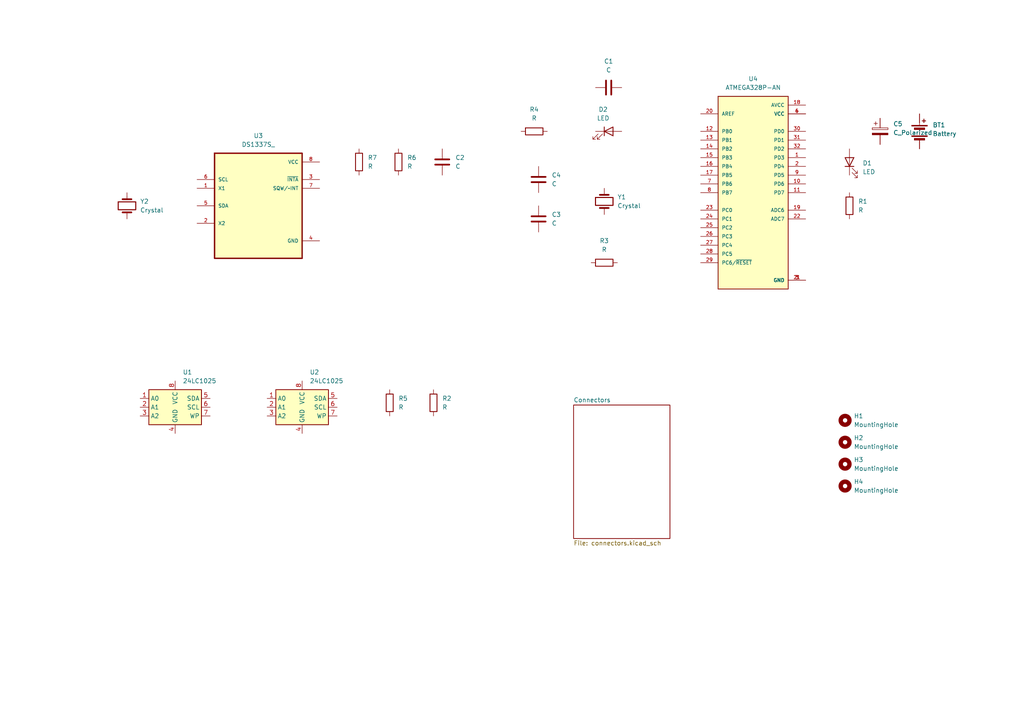
<source format=kicad_sch>
(kicad_sch (version 20231120) (generator "eeschema") (generator_version "8.0")
  (paper "A4")
  (title_block (title "${project_name}") (date "2025-01-12") (rev "1"))
  (lib_symbols
    (symbol "ATMEGA328P-AN:ATMEGA328P-AN" (pin_names (offset 1.016))
      (property "Reference" "U" (at -10.1856 29.2835 0))
      (property "Value" "ATMEGA328P-AN" (at -10.1733 -31.7915 0))
      (symbol "ATMEGA328P-AN_0_0"
        (rectangle (start -10.16 -27.94) (end 10.16 27.94) (stroke (width 0.254)) (fill (type background)))
        (pin bidirectional line (at 15.24 10.16 180) (length 5.08) (name "PD3") (number "1"))
        (pin bidirectional line (at 15.24 2.54 180) (length 5.08) (name "PD6") (number "10"))
        (pin bidirectional line (at 15.24 0 180) (length 5.08) (name "PD7") (number "11"))
        (pin bidirectional line (at -15.24 17.78 0) (length 5.08) (name "PB0") (number "12"))
        (pin bidirectional line (at -15.24 15.24 0) (length 5.08) (name "PB1") (number "13"))
        (pin bidirectional line (at -15.24 12.7 0) (length 5.08) (name "PB2") (number "14"))
        (pin bidirectional line (at -15.24 10.16 0) (length 5.08) (name "PB3") (number "15"))
        (pin bidirectional line (at -15.24 7.62 0) (length 5.08) (name "PB4") (number "16"))
        (pin bidirectional line (at -15.24 5.08 0) (length 5.08) (name "PB5") (number "17"))
        (pin power_in line (at 15.24 25.4 180) (length 5.08) (name "AVCC") (number "18"))
        (pin bidirectional line (at 15.24 -5.08 180) (length 5.08) (name "ADC6") (number "19"))
        (pin bidirectional line (at 15.24 7.62 180) (length 5.08) (name "PD4") (number "2"))
        (pin input line (at -15.24 22.86 0) (length 5.08) (name "AREF") (number "20"))
        (pin power_in line (at 15.24 -25.4 180) (length 5.08) (name "GND") (number "21"))
        (pin bidirectional line (at 15.24 -7.62 180) (length 5.08) (name "ADC7") (number "22"))
        (pin bidirectional line (at -15.24 -5.08 0) (length 5.08) (name "PC0") (number "23"))
        (pin bidirectional line (at -15.24 -7.62 0) (length 5.08) (name "PC1") (number "24"))
        (pin bidirectional line (at -15.24 -10.16 0) (length 5.08) (name "PC2") (number "25"))
        (pin bidirectional line (at -15.24 -12.7 0) (length 5.08) (name "PC3") (number "26"))
        (pin bidirectional line (at -15.24 -15.24 0) (length 5.08) (name "PC4") (number "27"))
        (pin bidirectional line (at -15.24 -17.78 0) (length 5.08) (name "PC5") (number "28"))
        (pin bidirectional line (at -15.24 -20.32 0) (length 5.08) (name "PC6/~{RESET}") (number "29"))
        (pin power_in line (at 15.24 -25.4 180) (length 5.08) (name "GND") (number "3"))
        (pin bidirectional line (at 15.24 17.78 180) (length 5.08) (name "PD0") (number "30"))
        (pin bidirectional line (at 15.24 15.24 180) (length 5.08) (name "PD1") (number "31"))
        (pin bidirectional line (at 15.24 12.7 180) (length 5.08) (name "PD2") (number "32"))
        (pin power_in line (at 15.24 22.86 180) (length 5.08) (name "VCC") (number "4"))
        (pin power_in line (at 15.24 -25.4 180) (length 5.08) (name "GND") (number "5"))
        (pin power_in line (at 15.24 22.86 180) (length 5.08) (name "VCC") (number "6"))
        (pin bidirectional line (at -15.24 2.54 0) (length 5.08) (name "PB6") (number "7"))
        (pin bidirectional line (at -15.24 0 0) (length 5.08) (name "PB7") (number "8"))
        (pin bidirectional line (at 15.24 5.08 180) (length 5.08) (name "PD5") (number "9"))
      )
    )
    (symbol "DS1337S_:DS1337S_" (pin_names (offset 1.016))
      (property "Reference" "U" (at -12.7 16.24 0))
      (property "Value" "DS1337S_" (at -12.7 -19.24 0))
      (symbol "DS1337S__0_0"
        (rectangle (start -12.7 -15.24) (end 12.7 15.24) (stroke (width 0.41)) (fill (type background)))
        (pin input line (at -17.78 5.08 0) (length 5.08) (name "X1") (number "1"))
        (pin bidirectional line (at -17.78 -5.08 0) (length 5.08) (name "X2") (number "2"))
        (pin output line (at 17.78 7.62 180) (length 5.08) (name "~{INTA}") (number "3"))
        (pin power_in line (at 17.78 -10.16 180) (length 5.08) (name "GND") (number "4"))
        (pin bidirectional line (at -17.78 0 0) (length 5.08) (name "SDA") (number "5"))
        (pin input line (at -17.78 7.62 0) (length 5.08) (name "SCL") (number "6"))
        (pin output line (at 17.78 5.08 180) (length 5.08) (name "SQW/~INT") (number "7"))
        (pin power_in line (at 17.78 12.7 180) (length 5.08) (name "VCC") (number "8"))
      )
    )
    (symbol "Device:Battery" (pin_numbers hide) (pin_names (offset 0) hide)
      (property "Reference" "BT" (at 2.54 2.54 0))
      (property "Value" "Battery" (at 2.54 0 0))
      (symbol "Battery_0_1"
        (rectangle (start -2.286 -1.27) (end 2.286 -1.524) (fill (type outline)))
        (rectangle (start -2.286 1.778) (end 2.286 1.524) (fill (type outline)))
        (rectangle (start -1.524 -2.032) (end 1.524 -2.54) (fill (type outline)))
        (rectangle (start -1.524 1.016) (end 1.524 0.508) (fill (type outline)))
        (polyline (pts (xy 0 -1.016) (xy 0 -0.762)))
        (polyline (pts (xy 0 -0.508) (xy 0 -0.254)))
        (polyline (pts (xy 0 0) (xy 0 0.254)))
        (polyline (pts (xy 0 1.778) (xy 0 2.54)))
        (polyline (pts (xy 0.762 3.048) (xy 1.778 3.048)) (stroke (width 0.254)))
        (polyline (pts (xy 1.27 3.556) (xy 1.27 2.54)) (stroke (width 0.254)))
      )
      (symbol "Battery_1_1"
        (pin passive line (at 0 5.08 270) (length 2.54) (name "+") (number "1"))
        (pin passive line (at 0 -5.08 90) (length 2.54) (name "-") (number "2"))
      )
    )
    (symbol "Device:C" (pin_numbers hide) (pin_names (offset 0.254))
      (property "Reference" "C" (at 0.635 2.54 0))
      (property "Value" "C" (at 0.635 -2.54 0))
      (symbol "C_0_1"
        (polyline (pts (xy -2.032 -0.762) (xy 2.032 -0.762)) (stroke (width 0.508)))
        (polyline (pts (xy -2.032 0.762) (xy 2.032 0.762)) (stroke (width 0.508)))
      )
      (symbol "C_1_1"
        (pin passive line (at 0 3.81 270) (length 2.794) (name "~") (number "1"))
        (pin passive line (at 0 -3.81 90) (length 2.794) (name "~") (number "2"))
      )
    )
    (symbol "Device:C_Polarized" (pin_numbers hide) (pin_names (offset 0.254))
      (property "Reference" "C" (at 0.635 2.54 0))
      (property "Value" "C_Polarized" (at 0.635 -2.54 0))
      (symbol "C_Polarized_0_1"
        (rectangle (start -2.286 0.508) (end 2.286 1.016))
        (polyline (pts (xy -1.778 2.286) (xy -0.762 2.286)))
        (polyline (pts (xy -1.27 2.794) (xy -1.27 1.778)))
        (rectangle (start 2.286 -0.508) (end -2.286 -1.016) (fill (type outline)))
      )
      (symbol "C_Polarized_1_1"
        (pin passive line (at 0 3.81 270) (length 2.794) (name "~") (number "1"))
        (pin passive line (at 0 -3.81 90) (length 2.794) (name "~") (number "2"))
      )
    )
    (symbol "Device:Crystal" (pin_numbers hide) (pin_names (offset 1.016) hide)
      (property "Reference" "Y" (at 0 3.81 0))
      (property "Value" "Crystal" (at 0 -3.81 0))
      (symbol "Crystal_0_1"
        (rectangle (start -1.143 2.54) (end 1.143 -2.54) (stroke (width 0.3048)))
        (polyline (pts (xy -2.54 0) (xy -1.905 0)))
        (polyline (pts (xy -1.905 -1.27) (xy -1.905 1.27)) (stroke (width 0.508)))
        (polyline (pts (xy 1.905 -1.27) (xy 1.905 1.27)) (stroke (width 0.508)))
        (polyline (pts (xy 2.54 0) (xy 1.905 0)))
      )
      (symbol "Crystal_1_1"
        (pin passive line (at -3.81 0 0) (length 1.27) (name "1") (number "1"))
        (pin passive line (at 3.81 0 180) (length 1.27) (name "2") (number "2"))
      )
    )
    (symbol "Device:LED" (pin_numbers hide) (pin_names (offset 1.016) hide)
      (property "Reference" "D" (at 0 2.54 0))
      (property "Value" "LED" (at 0 -2.54 0))
      (symbol "LED_0_1"
        (polyline (pts (xy -1.27 -1.27) (xy -1.27 1.27)) (stroke (width 0.254)))
        (polyline (pts (xy -1.27 0) (xy 1.27 0)))
        (polyline (pts (xy 1.27 -1.27) (xy 1.27 1.27) (xy -1.27 0) (xy 1.27 -1.27)) (stroke (width 0.254)))
        (polyline (pts (xy -3.048 -0.762) (xy -4.572 -2.286) (xy -3.81 -2.286) (xy -4.572 -2.286) (xy -4.572 -1.524)))
        (polyline (pts (xy -1.778 -0.762) (xy -3.302 -2.286) (xy -2.54 -2.286) (xy -3.302 -2.286) (xy -3.302 -1.524)))
      )
      (symbol "LED_1_1"
        (pin passive line (at -3.81 0 0) (length 2.54) (name "K") (number "1"))
        (pin passive line (at 3.81 0 180) (length 2.54) (name "A") (number "2"))
      )
    )
    (symbol "Device:R" (pin_numbers hide) (pin_names (offset 0))
      (property "Reference" "R" (at 2.032 0 90))
      (property "Value" "R" (at 0 0 90))
      (symbol "R_0_1"
        (rectangle (start -1.016 -2.54) (end 1.016 2.54) (stroke (width 0.254)))
      )
      (symbol "R_1_1"
        (pin passive line (at 0 3.81 270) (length 1.27) (name "~") (number "1"))
        (pin passive line (at 0 -3.81 90) (length 1.27) (name "~") (number "2"))
      )
    )
    (symbol "Mechanical:MountingHole" (pin_names (offset 1.016)) (exclude_from_sim yes) (in_bom no)
      (property "Reference" "H" (at 0 5.08 0))
      (property "Value" "MountingHole" (at 0 3.175 0))
      (symbol "MountingHole_0_1"
        (circle (center 0 0) (radius 1.27) (stroke (width 1.27)))
      )
    )
    (symbol "Memory_EEPROM:24LC1025"
      (property "Reference" "U" (at -6.35 6.35 0))
      (property "Value" "24LC1025" (at 1.27 6.35 0))
      (symbol "24LC1025_1_1"
        (rectangle (start -7.62 5.08) (end 7.62 -5.08) (stroke (width 0.254)) (fill (type background)))
        (pin input line (at -10.16 2.54 0) (length 2.54) (name "A0") (number "1"))
        (pin input line (at -10.16 0 0) (length 2.54) (name "A1") (number "2"))
        (pin input line (at -10.16 -2.54 0) (length 2.54) (name "A2") (number "3"))
        (pin power_in line (at 0 -7.62 90) (length 2.54) (name "GND") (number "4"))
        (pin bidirectional line (at 10.16 2.54 180) (length 2.54) (name "SDA") (number "5"))
        (pin input line (at 10.16 0 180) (length 2.54) (name "SCL") (number "6"))
        (pin input line (at 10.16 -2.54 180) (length 2.54) (name "WP") (number "7"))
        (pin power_in line (at 0 7.62 270) (length 2.54) (name "VCC") (number "8"))
      )
    )
  )
  (symbol (lib_id "Device:Crystal") (at 175.26 58.42 90) (unit 1)
    (property "Reference" "Y1" (at 179.07 57.1499 90) (effects (justify right)))
    (property "Value" "Crystal" (at 179.07 59.6899 90) (effects (justify right)))
    (property "Description" "Two pin crystal" (effects (hide yes)))
  )
  (symbol (lib_id "Device:C") (at 128.27 46.99 0) (unit 1)
    (property "Reference" "C2" (at 132.08 45.7199 0) (effects (justify left)))
    (property "Value" "C" (at 132.08 48.2599 0) (effects (justify left)))
    (property "Description" "Unpolarized capacitor" (effects (hide yes)))
  )
  (symbol (lib_id "Device:C") (at 156.21 63.5 0) (unit 1)
    (property "Reference" "C3" (at 160.02 62.2299 0) (effects (justify left)))
    (property "Value" "C" (at 160.02 64.7699 0) (effects (justify left)))
    (property "Description" "Unpolarized capacitor" (effects (hide yes)))
  )
  (symbol (lib_id "Device:Crystal") (at 36.83 59.69 90) (unit 1)
    (property "Reference" "Y2" (at 40.64 58.4199 90) (effects (justify right)))
    (property "Value" "Crystal" (at 40.64 60.9599 90) (effects (justify right)))
    (property "Description" "Two pin crystal" (effects (hide yes)))
  )
  (symbol (lib_id "Device:LED") (at 176.53 38.1 0) (unit 1)
    (property "Reference" "D2" (at 174.9425 31.75 0))
    (property "Value" "LED" (at 174.9425 34.29 0))
    (property "Description" "Light emitting diode" (effects (hide yes)))
  )
  (symbol (lib_id "ATMEGA328P-AN:ATMEGA328P-AN") (at 218.44 55.88 0) (unit 1)
    (property "Reference" "U4" (at 218.44 22.86 0))
    (property "Value" "ATMEGA328P-AN" (at 218.44 25.4 0))
    (property "Footprint" "ATMEGA328P-AN:QFP80P900X900X120-32N" (effects (hide yes)))
    (property "MF" "Microchip Technology" (effects (hide yes)))
    (property "Description_1" "\n                        \n                            AVR AVR® ATmega Microcontroller IC 8-Bit 20MHz 32KB (16K x 16) FLASH 32-TQFP (7x7)\n                        \n" (effects (hide yes)))
    (property "Package" "None" (effects (hide yes)))
    (property "Price" "None" (effects (hide yes)))
    (property "Check_prices" "https://www.snapeda.com/parts/ATMEGA328PAN/Microchip/view-part/?ref=eda" (effects (hide yes)))
    (property "SnapEDA_Link" "https://www.snapeda.com/parts/ATMEGA328PAN/Microchip/view-part/?ref=snap" (effects (hide yes)))
    (property "MP" "ATMEGA328PAN" (effects (hide yes)))
    (property "Availability" "In Stock" (effects (hide yes)))
    (property "MANUFACTURER" "Atmel" (effects (hide yes)))
  )
  (symbol (lib_id "Device:R") (at 125.73 116.84 0) (unit 1)
    (property "Reference" "R2" (at 128.27 115.5699 0) (effects (justify left)))
    (property "Value" "R" (at 128.27 118.1099 0) (effects (justify left)))
    (property "Description" "Resistor" (effects (hide yes)))
  )
  (symbol (lib_id "Device:R") (at 246.38 59.69 0) (unit 1)
    (property "Reference" "R1" (at 248.92 58.4199 0) (effects (justify left)))
    (property "Value" "R" (at 248.92 60.9599 0) (effects (justify left)))
    (property "Description" "Resistor" (effects (hide yes)))
  )
  (symbol (lib_id "Mechanical:MountingHole") (at 245.11 140.97 0) (unit 1) (exclude_from_sim yes) (in_bom no)
    (property "Reference" "H4" (at 247.65 139.6999 0) (effects (justify left)))
    (property "Value" "MountingHole" (at 247.65 142.2399 0) (effects (justify left)))
    (property "Description" "Mounting Hole without connection" (effects (hide yes)))
  )
  (symbol (lib_id "Memory_EEPROM:24LC1025") (at 87.63 118.11 0) (unit 1)
    (property "Reference" "U2" (at 89.8241 107.95 0) (effects (justify left)))
    (property "Value" "24LC1025" (at 89.8241 110.49 0) (effects (justify left)))
    (property "Datasheet" "http://ww1.microchip.com/downloads/en/DeviceDoc/21941B.pdf" (effects (hide yes)))
    (property "Description" "I2C Serial EEPROM, 1024Kb, DIP-8/SOIC-8/TSSOP-8/DFN-8" (effects (hide yes)))
  )
  (symbol (lib_id "Mechanical:MountingHole") (at 245.11 134.62 0) (unit 1) (exclude_from_sim yes) (in_bom no)
    (property "Reference" "H3" (at 247.65 133.3499 0) (effects (justify left)))
    (property "Value" "MountingHole" (at 247.65 135.8899 0) (effects (justify left)))
    (property "Description" "Mounting Hole without connection" (effects (hide yes)))
  )
  (symbol (lib_id "Memory_EEPROM:24LC1025") (at 50.8 118.11 0) (unit 1)
    (property "Reference" "U1" (at 52.9941 107.95 0) (effects (justify left)))
    (property "Value" "24LC1025" (at 52.9941 110.49 0) (effects (justify left)))
    (property "Datasheet" "http://ww1.microchip.com/downloads/en/DeviceDoc/21941B.pdf" (effects (hide yes)))
    (property "Description" "I2C Serial EEPROM, 1024Kb, DIP-8/SOIC-8/TSSOP-8/DFN-8" (effects (hide yes)))
  )
  (symbol (lib_id "Device:LED") (at 246.38 46.99 90) (unit 1)
    (property "Reference" "D1" (at 250.19 47.3074 90) (effects (justify right)))
    (property "Value" "LED" (at 250.19 49.8474 90) (effects (justify right)))
    (property "Description" "Light emitting diode" (effects (hide yes)))
  )
  (symbol (lib_id "Device:C_Polarized") (at 255.27 38.1 0) (unit 1)
    (property "Reference" "C5" (at 259.08 35.9409 0) (effects (justify left)))
    (property "Value" "C_Polarized" (at 259.08 38.4809 0) (effects (justify left)))
    (property "Description" "Polarized capacitor" (effects (hide yes)))
  )
  (symbol (lib_id "DS1337S_:DS1337S_") (at 74.93 59.69 0) (unit 1)
    (property "Reference" "U3" (at 74.93 39.37 0))
    (property "Value" "DS1337S_" (at 74.93 41.91 0))
    (property "Footprint" "DS1337S_:SOIC127P600X175-8N" (effects (hide yes)))
    (property "MF" "Analog Devices" (effects (hide yes)))
    (property "Description_1" "\n                        \n                            I²C Serial Real-Time Clock\n                        \n" (effects (hide yes)))
    (property "Package" "SOIC-8 Maxim" (effects (hide yes)))
    (property "Price" "None" (effects (hide yes)))
    (property "SnapEDA_Link" "https://www.snapeda.com/parts/DS1337S+/Analog+Devices/view-part/?ref=snap" (effects (hide yes)))
    (property "MP" "DS1337S+" (effects (hide yes)))
    (property "Availability" "In Stock" (effects (hide yes)))
    (property "Check_prices" "https://www.snapeda.com/parts/DS1337S+/Analog+Devices/view-part/?ref=eda" (effects (hide yes)))
  )
  (symbol (lib_id "Device:R") (at 154.94 38.1 90) (unit 1)
    (property "Reference" "R4" (at 154.94 31.75 90))
    (property "Value" "R" (at 154.94 34.29 90))
    (property "Description" "Resistor" (effects (hide yes)))
  )
  (symbol (lib_id "Device:R") (at 104.14 46.99 0) (unit 1)
    (property "Reference" "R7" (at 106.68 45.7199 0) (effects (justify left)))
    (property "Value" "R" (at 106.68 48.2599 0) (effects (justify left)))
    (property "Description" "Resistor" (effects (hide yes)))
  )
  (symbol (lib_id "Device:R") (at 113.03 116.84 0) (unit 1)
    (property "Reference" "R5" (at 115.57 115.5699 0) (effects (justify left)))
    (property "Value" "R" (at 115.57 118.1099 0) (effects (justify left)))
    (property "Description" "Resistor" (effects (hide yes)))
  )
  (symbol (lib_id "Device:R") (at 175.26 76.2 90) (unit 1)
    (property "Reference" "R3" (at 175.26 69.85 90))
    (property "Value" "R" (at 175.26 72.39 90))
    (property "Description" "Resistor" (effects (hide yes)))
  )
  (symbol (lib_id "Device:Battery") (at 266.7 38.1 0) (unit 1)
    (property "Reference" "BT1" (at 270.51 36.2584 0) (effects (justify left)))
    (property "Value" "Battery" (at 270.51 38.7984 0) (effects (justify left)))
    (property "Description" "Multiple-cell battery" (effects (hide yes)))
  )
  (symbol (lib_id "Mechanical:MountingHole") (at 245.11 128.27 0) (unit 1) (exclude_from_sim yes) (in_bom no)
    (property "Reference" "H2" (at 247.65 126.9999 0) (effects (justify left)))
    (property "Value" "MountingHole" (at 247.65 129.5399 0) (effects (justify left)))
    (property "Description" "Mounting Hole without connection" (effects (hide yes)))
  )
  (symbol (lib_id "Device:C") (at 156.21 52.07 0) (unit 1)
    (property "Reference" "C4" (at 160.02 50.7999 0) (effects (justify left)))
    (property "Value" "C" (at 160.02 53.3399 0) (effects (justify left)))
    (property "Description" "Unpolarized capacitor" (effects (hide yes)))
  )
  (symbol (lib_id "Device:R") (at 115.57 46.99 0) (unit 1)
    (property "Reference" "R6" (at 118.11 45.7199 0) (effects (justify left)))
    (property "Value" "R" (at 118.11 48.2599 0) (effects (justify left)))
    (property "Description" "Resistor" (effects (hide yes)))
  )
  (symbol (lib_id "Mechanical:MountingHole") (at 245.11 121.92 0) (unit 1) (exclude_from_sim yes) (in_bom no)
    (property "Reference" "H1" (at 247.65 120.6499 0) (effects (justify left)))
    (property "Value" "MountingHole" (at 247.65 123.1899 0) (effects (justify left)))
    (property "Description" "Mounting Hole without connection" (effects (hide yes)))
  )
  (symbol (lib_id "Device:C") (at 176.53 25.4 90) (unit 1)
    (property "Reference" "C1" (at 176.53 17.78 90))
    (property "Value" "C" (at 176.53 20.32 90))
    (property "Description" "Unpolarized capacitor" (effects (hide yes)))
  )
  (sheet (at 166.37 117.475) (size 27.94 38.735) (stroke (width 0.1524))
    (property "Sheetname" "Connectors" (at 166.37 116.7634 0) (effects (justify left bottom)))
    (property "Sheetfile" "connectors.kicad_sch" (at 166.37 156.7946 0) (effects (justify left top)))
  )
)
</source>
